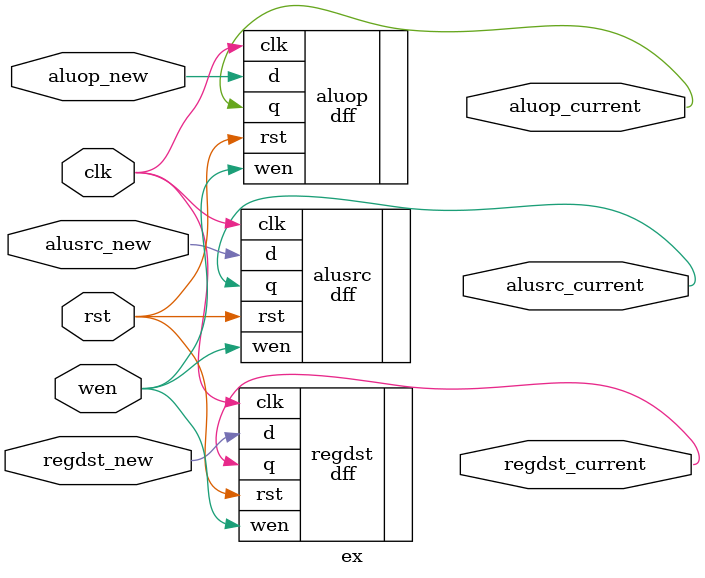
<source format=v>
module ex(
	input aluop_new,
	input regdst_new,
	input alusrc_new,
	input clk,
	input rst, 
	input wen,
	output aluop_current,
	output regdst_current,
	output alusrc_current
);

dff aluop(
	.d(aluop_new), 
	.q(aluop_current), 
	.wen(wen), 
	.clk(clk), 
	.rst(rst)
);

dff regdst(
	.d(regdst_new), 
	.q(regdst_current), 
	.wen(wen), 
	.clk(clk), 
	.rst(rst)
);

dff alusrc(
	.d(alusrc_new), 
	.q(alusrc_current), 
	.wen(wen), 
	.clk(clk), 
	.rst(rst)
);

endmodule
</source>
